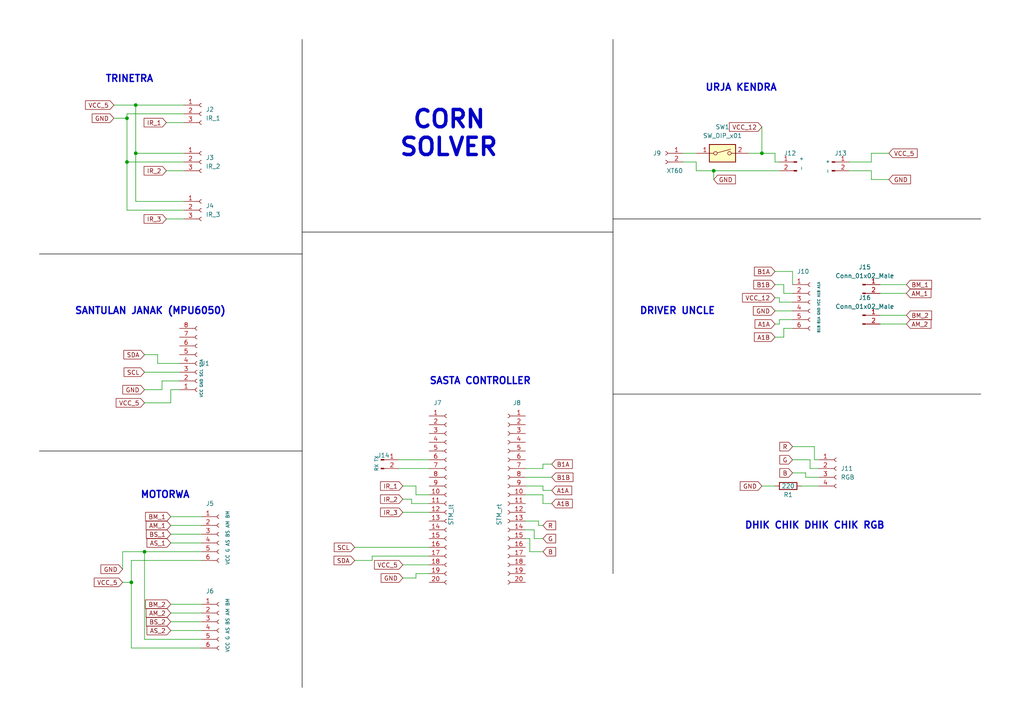
<source format=kicad_sch>
(kicad_sch (version 20211123) (generator eeschema)
  (paper "A4")
  (lib_symbols
    (symbol "Connector:Conn_01x02_Female" (pin_names (offset 1.016) hide)
      (property "Reference" "J" (at 0 2.54 0))
      (property "Value" "Conn_01x02_Female" (at 0 -5.08 0))
      (symbol "Conn_01x02_Female_1_1"
        (arc (start 0 -2.032) (mid -0.508 -2.54) (end 0 -3.048) (stroke (width 0.1524)))
        (polyline (pts (xy -1.27 -2.54) (xy -0.508 -2.54)) (stroke (width 0.1524)))
        (polyline (pts (xy -1.27 0) (xy -0.508 0)) (stroke (width 0.1524)))
        (arc (start 0 0.508) (mid -0.508 0) (end 0 -0.508) (stroke (width 0.1524)))
        (pin passive line (at -5.08 0 0) (length 3.81) (name "Pin_1") (number "1"))
        (pin passive line (at -5.08 -2.54 0) (length 3.81) (name "Pin_2") (number "2"))
      )
    )
    (symbol "Connector:Conn_01x02_Male" (pin_names (offset 1.016) hide)
      (property "Reference" "J" (at 0 2.54 0))
      (property "Value" "Conn_01x02_Male" (at 0 -5.08 0))
      (symbol "Conn_01x02_Male_1_1"
        (polyline (pts (xy 1.27 -2.54) (xy 0.8636 -2.54)) (stroke (width 0.1524)))
        (polyline (pts (xy 1.27 0) (xy 0.8636 0)) (stroke (width 0.1524)))
        (rectangle (start 0.8636 -2.413) (end 0 -2.667) (stroke (width 0.1524)) (fill (type outline)))
        (rectangle (start 0.8636 0.127) (end 0 -0.127) (stroke (width 0.1524)) (fill (type outline)))
        (pin passive line (at 5.08 0 180) (length 3.81) (name "Pin_1") (number "1"))
        (pin passive line (at 5.08 -2.54 180) (length 3.81) (name "Pin_2") (number "2"))
      )
    )
    (symbol "Connector:Conn_01x03_Female" (pin_names (offset 1.016) hide)
      (property "Reference" "J" (at 0 5.08 0))
      (property "Value" "Conn_01x03_Female" (at 0 -5.08 0))
      (symbol "Conn_01x03_Female_1_1"
        (arc (start 0 -2.032) (mid -0.508 -2.54) (end 0 -3.048) (stroke (width 0.1524)))
        (polyline (pts (xy -1.27 -2.54) (xy -0.508 -2.54)) (stroke (width 0.1524)))
        (polyline (pts (xy -1.27 0) (xy -0.508 0)) (stroke (width 0.1524)))
        (polyline (pts (xy -1.27 2.54) (xy -0.508 2.54)) (stroke (width 0.1524)))
        (arc (start 0 0.508) (mid -0.508 0) (end 0 -0.508) (stroke (width 0.1524)))
        (arc (start 0 3.048) (mid -0.508 2.54) (end 0 2.032) (stroke (width 0.1524)))
        (pin passive line (at -5.08 2.54 0) (length 3.81) (name "Pin_1") (number "1"))
        (pin passive line (at -5.08 0 0) (length 3.81) (name "Pin_2") (number "2"))
        (pin passive line (at -5.08 -2.54 0) (length 3.81) (name "Pin_3") (number "3"))
      )
    )
    (symbol "Connector:Conn_01x04_Female" (pin_names (offset 1.016) hide)
      (property "Reference" "J" (at 0 5.08 0))
      (property "Value" "Conn_01x04_Female" (at 0 -7.62 0))
      (symbol "Conn_01x04_Female_1_1"
        (arc (start 0 -4.572) (mid -0.508 -5.08) (end 0 -5.588) (stroke (width 0.1524)))
        (arc (start 0 -2.032) (mid -0.508 -2.54) (end 0 -3.048) (stroke (width 0.1524)))
        (polyline (pts (xy -1.27 -5.08) (xy -0.508 -5.08)) (stroke (width 0.1524)))
        (polyline (pts (xy -1.27 -2.54) (xy -0.508 -2.54)) (stroke (width 0.1524)))
        (polyline (pts (xy -1.27 0) (xy -0.508 0)) (stroke (width 0.1524)))
        (polyline (pts (xy -1.27 2.54) (xy -0.508 2.54)) (stroke (width 0.1524)))
        (arc (start 0 0.508) (mid -0.508 0) (end 0 -0.508) (stroke (width 0.1524)))
        (arc (start 0 3.048) (mid -0.508 2.54) (end 0 2.032) (stroke (width 0.1524)))
        (pin passive line (at -5.08 2.54 0) (length 3.81) (name "Pin_1") (number "1"))
        (pin passive line (at -5.08 0 0) (length 3.81) (name "Pin_2") (number "2"))
        (pin passive line (at -5.08 -2.54 0) (length 3.81) (name "Pin_3") (number "3"))
        (pin passive line (at -5.08 -5.08 0) (length 3.81) (name "Pin_4") (number "4"))
      )
    )
    (symbol "Connector:Conn_01x06_Female" (pin_names (offset 1.016) hide)
      (property "Reference" "J" (at 0 7.62 0))
      (property "Value" "Conn_01x06_Female" (at 0 -10.16 0))
      (symbol "Conn_01x06_Female_1_1"
        (arc (start 0 -7.112) (mid -0.508 -7.62) (end 0 -8.128) (stroke (width 0.1524)))
        (arc (start 0 -4.572) (mid -0.508 -5.08) (end 0 -5.588) (stroke (width 0.1524)))
        (arc (start 0 -2.032) (mid -0.508 -2.54) (end 0 -3.048) (stroke (width 0.1524)))
        (polyline (pts (xy -1.27 -7.62) (xy -0.508 -7.62)) (stroke (width 0.1524)))
        (polyline (pts (xy -1.27 -5.08) (xy -0.508 -5.08)) (stroke (width 0.1524)))
        (polyline (pts (xy -1.27 -2.54) (xy -0.508 -2.54)) (stroke (width 0.1524)))
        (polyline (pts (xy -1.27 0) (xy -0.508 0)) (stroke (width 0.1524)))
        (polyline (pts (xy -1.27 2.54) (xy -0.508 2.54)) (stroke (width 0.1524)))
        (polyline (pts (xy -1.27 5.08) (xy -0.508 5.08)) (stroke (width 0.1524)))
        (arc (start 0 0.508) (mid -0.508 0) (end 0 -0.508) (stroke (width 0.1524)))
        (arc (start 0 3.048) (mid -0.508 2.54) (end 0 2.032) (stroke (width 0.1524)))
        (arc (start 0 5.588) (mid -0.508 5.08) (end 0 4.572) (stroke (width 0.1524)))
        (pin passive line (at -5.08 5.08 0) (length 3.81) (name "Pin_1") (number "1"))
        (pin passive line (at -5.08 2.54 0) (length 3.81) (name "Pin_2") (number "2"))
        (pin passive line (at -5.08 0 0) (length 3.81) (name "Pin_3") (number "3"))
        (pin passive line (at -5.08 -2.54 0) (length 3.81) (name "Pin_4") (number "4"))
        (pin passive line (at -5.08 -5.08 0) (length 3.81) (name "Pin_5") (number "5"))
        (pin passive line (at -5.08 -7.62 0) (length 3.81) (name "Pin_6") (number "6"))
      )
    )
    (symbol "Connector:Conn_01x08_Female" (pin_names (offset 1.016) hide)
      (property "Reference" "J" (at 0 10.16 0))
      (property "Value" "Conn_01x08_Female" (at 0 -12.7 0))
      (symbol "Conn_01x08_Female_1_1"
        (arc (start 0 -9.652) (mid -0.508 -10.16) (end 0 -10.668) (stroke (width 0.1524)))
        (arc (start 0 -7.112) (mid -0.508 -7.62) (end 0 -8.128) (stroke (width 0.1524)))
        (arc (start 0 -4.572) (mid -0.508 -5.08) (end 0 -5.588) (stroke (width 0.1524)))
        (arc (start 0 -2.032) (mid -0.508 -2.54) (end 0 -3.048) (stroke (width 0.1524)))
        (polyline (pts (xy -1.27 -10.16) (xy -0.508 -10.16)) (stroke (width 0.1524)))
        (polyline (pts (xy -1.27 -7.62) (xy -0.508 -7.62)) (stroke (width 0.1524)))
        (polyline (pts (xy -1.27 -5.08) (xy -0.508 -5.08)) (stroke (width 0.1524)))
        (polyline (pts (xy -1.27 -2.54) (xy -0.508 -2.54)) (stroke (width 0.1524)))
        (polyline (pts (xy -1.27 0) (xy -0.508 0)) (stroke (width 0.1524)))
        (polyline (pts (xy -1.27 2.54) (xy -0.508 2.54)) (stroke (width 0.1524)))
        (polyline (pts (xy -1.27 5.08) (xy -0.508 5.08)) (stroke (width 0.1524)))
        (polyline (pts (xy -1.27 7.62) (xy -0.508 7.62)) (stroke (width 0.1524)))
        (arc (start 0 0.508) (mid -0.508 0) (end 0 -0.508) (stroke (width 0.1524)))
        (arc (start 0 3.048) (mid -0.508 2.54) (end 0 2.032) (stroke (width 0.1524)))
        (arc (start 0 5.588) (mid -0.508 5.08) (end 0 4.572) (stroke (width 0.1524)))
        (arc (start 0 8.128) (mid -0.508 7.62) (end 0 7.112) (stroke (width 0.1524)))
        (pin passive line (at -5.08 7.62 0) (length 3.81) (name "Pin_1") (number "1"))
        (pin passive line (at -5.08 5.08 0) (length 3.81) (name "Pin_2") (number "2"))
        (pin passive line (at -5.08 2.54 0) (length 3.81) (name "Pin_3") (number "3"))
        (pin passive line (at -5.08 0 0) (length 3.81) (name "Pin_4") (number "4"))
        (pin passive line (at -5.08 -2.54 0) (length 3.81) (name "Pin_5") (number "5"))
        (pin passive line (at -5.08 -5.08 0) (length 3.81) (name "Pin_6") (number "6"))
        (pin passive line (at -5.08 -7.62 0) (length 3.81) (name "Pin_7") (number "7"))
        (pin passive line (at -5.08 -10.16 0) (length 3.81) (name "Pin_8") (number "8"))
      )
    )
    (symbol "Connector:Conn_01x20_Female" (pin_names (offset 1.016) hide)
      (property "Reference" "J" (at 0 25.4 0))
      (property "Value" "Conn_01x20_Female" (at 0 -27.94 0))
      (symbol "Conn_01x20_Female_1_1"
        (arc (start 0 -24.892) (mid -0.508 -25.4) (end 0 -25.908) (stroke (width 0.1524)))
        (arc (start 0 -22.352) (mid -0.508 -22.86) (end 0 -23.368) (stroke (width 0.1524)))
        (arc (start 0 -19.812) (mid -0.508 -20.32) (end 0 -20.828) (stroke (width 0.1524)))
        (arc (start 0 -17.272) (mid -0.508 -17.78) (end 0 -18.288) (stroke (width 0.1524)))
        (arc (start 0 -14.732) (mid -0.508 -15.24) (end 0 -15.748) (stroke (width 0.1524)))
        (arc (start 0 -12.192) (mid -0.508 -12.7) (end 0 -13.208) (stroke (width 0.1524)))
        (arc (start 0 -9.652) (mid -0.508 -10.16) (end 0 -10.668) (stroke (width 0.1524)))
        (arc (start 0 -7.112) (mid -0.508 -7.62) (end 0 -8.128) (stroke (width 0.1524)))
        (arc (start 0 -4.572) (mid -0.508 -5.08) (end 0 -5.588) (stroke (width 0.1524)))
        (arc (start 0 -2.032) (mid -0.508 -2.54) (end 0 -3.048) (stroke (width 0.1524)))
        (polyline (pts (xy -1.27 -25.4) (xy -0.508 -25.4)) (stroke (width 0.1524)))
        (polyline (pts (xy -1.27 -22.86) (xy -0.508 -22.86)) (stroke (width 0.1524)))
        (polyline (pts (xy -1.27 -20.32) (xy -0.508 -20.32)) (stroke (width 0.1524)))
        (polyline (pts (xy -1.27 -17.78) (xy -0.508 -17.78)) (stroke (width 0.1524)))
        (polyline (pts (xy -1.27 -15.24) (xy -0.508 -15.24)) (stroke (width 0.1524)))
        (polyline (pts (xy -1.27 -12.7) (xy -0.508 -12.7)) (stroke (width 0.1524)))
        (polyline (pts (xy -1.27 -10.16) (xy -0.508 -10.16)) (stroke (width 0.1524)))
        (polyline (pts (xy -1.27 -7.62) (xy -0.508 -7.62)) (stroke (width 0.1524)))
        (polyline (pts (xy -1.27 -5.08) (xy -0.508 -5.08)) (stroke (width 0.1524)))
        (polyline (pts (xy -1.27 -2.54) (xy -0.508 -2.54)) (stroke (width 0.1524)))
        (polyline (pts (xy -1.27 0) (xy -0.508 0)) (stroke (width 0.1524)))
        (polyline (pts (xy -1.27 2.54) (xy -0.508 2.54)) (stroke (width 0.1524)))
        (polyline (pts (xy -1.27 5.08) (xy -0.508 5.08)) (stroke (width 0.1524)))
        (polyline (pts (xy -1.27 7.62) (xy -0.508 7.62)) (stroke (width 0.1524)))
        (polyline (pts (xy -1.27 10.16) (xy -0.508 10.16)) (stroke (width 0.1524)))
        (polyline (pts (xy -1.27 12.7) (xy -0.508 12.7)) (stroke (width 0.1524)))
        (polyline (pts (xy -1.27 15.24) (xy -0.508 15.24)) (stroke (width 0.1524)))
        (polyline (pts (xy -1.27 17.78) (xy -0.508 17.78)) (stroke (width 0.1524)))
        (polyline (pts (xy -1.27 20.32) (xy -0.508 20.32)) (stroke (width 0.1524)))
        (polyline (pts (xy -1.27 22.86) (xy -0.508 22.86)) (stroke (width 0.1524)))
        (arc (start 0 0.508) (mid -0.508 0) (end 0 -0.508) (stroke (width 0.1524)))
        (arc (start 0 3.048) (mid -0.508 2.54) (end 0 2.032) (stroke (width 0.1524)))
        (arc (start 0 5.588) (mid -0.508 5.08) (end 0 4.572) (stroke (width 0.1524)))
        (arc (start 0 8.128) (mid -0.508 7.62) (end 0 7.112) (stroke (width 0.1524)))
        (arc (start 0 10.668) (mid -0.508 10.16) (end 0 9.652) (stroke (width 0.1524)))
        (arc (start 0 13.208) (mid -0.508 12.7) (end 0 12.192) (stroke (width 0.1524)))
        (arc (start 0 15.748) (mid -0.508 15.24) (end 0 14.732) (stroke (width 0.1524)))
        (arc (start 0 18.288) (mid -0.508 17.78) (end 0 17.272) (stroke (width 0.1524)))
        (arc (start 0 20.828) (mid -0.508 20.32) (end 0 19.812) (stroke (width 0.1524)))
        (arc (start 0 23.368) (mid -0.508 22.86) (end 0 22.352) (stroke (width 0.1524)))
        (pin passive line (at -5.08 22.86 0) (length 3.81) (name "Pin_1") (number "1"))
        (pin passive line (at -5.08 0 0) (length 3.81) (name "Pin_10") (number "10"))
        (pin passive line (at -5.08 -2.54 0) (length 3.81) (name "Pin_11") (number "11"))
        (pin passive line (at -5.08 -5.08 0) (length 3.81) (name "Pin_12") (number "12"))
        (pin passive line (at -5.08 -7.62 0) (length 3.81) (name "Pin_13") (number "13"))
        (pin passive line (at -5.08 -10.16 0) (length 3.81) (name "Pin_14") (number "14"))
        (pin passive line (at -5.08 -12.7 0) (length 3.81) (name "Pin_15") (number "15"))
        (pin passive line (at -5.08 -15.24 0) (length 3.81) (name "Pin_16") (number "16"))
        (pin passive line (at -5.08 -17.78 0) (length 3.81) (name "Pin_17") (number "17"))
        (pin passive line (at -5.08 -20.32 0) (length 3.81) (name "Pin_18") (number "18"))
        (pin passive line (at -5.08 -22.86 0) (length 3.81) (name "Pin_19") (number "19"))
        (pin passive line (at -5.08 20.32 0) (length 3.81) (name "Pin_2") (number "2"))
        (pin passive line (at -5.08 -25.4 0) (length 3.81) (name "Pin_20") (number "20"))
        (pin passive line (at -5.08 17.78 0) (length 3.81) (name "Pin_3") (number "3"))
        (pin passive line (at -5.08 15.24 0) (length 3.81) (name "Pin_4") (number "4"))
        (pin passive line (at -5.08 12.7 0) (length 3.81) (name "Pin_5") (number "5"))
        (pin passive line (at -5.08 10.16 0) (length 3.81) (name "Pin_6") (number "6"))
        (pin passive line (at -5.08 7.62 0) (length 3.81) (name "Pin_7") (number "7"))
        (pin passive line (at -5.08 5.08 0) (length 3.81) (name "Pin_8") (number "8"))
        (pin passive line (at -5.08 2.54 0) (length 3.81) (name "Pin_9") (number "9"))
      )
    )
    (symbol "Device:R" (pin_numbers hide) (pin_names (offset 0))
      (property "Reference" "R" (at 2.032 0 90))
      (property "Value" "R" (at 0 0 90))
      (symbol "R_0_1"
        (rectangle (start -1.016 -2.54) (end 1.016 2.54) (stroke (width 0.254)))
      )
      (symbol "R_1_1"
        (pin passive line (at 0 3.81 270) (length 1.27) (name "~") (number "1"))
        (pin passive line (at 0 -3.81 90) (length 1.27) (name "~") (number "2"))
      )
    )
    (symbol "Switch:SW_DIP_x01" (pin_names (offset 0) hide)
      (property "Reference" "SW" (at 0 3.81 0))
      (property "Value" "SW_DIP_x01" (at 0 -3.81 0))
      (symbol "SW_DIP_x01_0_0"
        (circle (center -2.032 0) (radius 0.508))
        (polyline (pts (xy -1.524 0.127) (xy 2.3622 1.1684)))
        (circle (center 2.032 0) (radius 0.508))
      )
      (symbol "SW_DIP_x01_0_1"
        (rectangle (start -3.81 2.54) (end 3.81 -2.54) (stroke (width 0.254)) (fill (type background)))
      )
      (symbol "SW_DIP_x01_1_1"
        (pin passive line (at -7.62 0 0) (length 5.08) (name "~") (number "1"))
        (pin passive line (at 7.62 0 180) (length 5.08) (name "~") (number "2"))
      )
    )
  )
  (junction (at 39.37 44.45))
  (junction (at 41.91 160.02))
  (junction (at 36.83 46.99))
  (junction (at 38.1 168.91))
  (junction (at 36.83 34.29))
  (junction (at 207.01 49.53))
  (junction (at 220.98 44.45))
  (junction (at 39.37 30.48))
  (wire (pts (xy 246.38 49.53) (xy 252.73 49.53)))
  (wire (pts (xy 233.68 138.43) (xy 237.49 138.43)))
  (wire (pts (xy 157.48 146.05) (xy 157.48 143.51)))
  (wire (pts (xy 36.83 46.99) (xy 36.83 34.29)))
  (wire (pts (xy 201.93 49.53) (xy 201.93 46.99)))
  (wire (pts (xy 116.84 140.97) (xy 120.65 140.97)))
  (wire (pts (xy 207.01 49.53) (xy 207.01 52.07)))
  (wire (pts (xy 232.41 140.97) (xy 237.49 140.97)))
  (wire (pts (xy 255.27 85.09) (xy 262.89 85.09)))
  (wire (pts (xy 49.53 175.26) (xy 58.42 175.26)))
  (wire (pts (xy 220.98 36.83) (xy 220.98 44.45)))
  (wire (pts (xy 224.79 78.74) (xy 229.87 78.74)))
  (wire (pts (xy 229.87 78.74) (xy 229.87 82.55)))
  (wire (pts (xy 49.53 149.86) (xy 58.42 149.86)))
  (wire (pts (xy 224.79 90.17) (xy 229.87 90.17)))
  (wire (pts (xy 120.65 166.37) (xy 124.46 166.37)))
  (wire (pts (xy 160.02 146.05) (xy 157.48 146.05)))
  (wire (pts (xy 39.37 58.42) (xy 39.37 44.45)))
  (wire (pts (xy 226.06 93.98) (xy 226.06 92.71)))
  (wire (pts (xy 224.79 44.45) (xy 224.79 46.99)))
  (wire (pts (xy 226.06 86.36) (xy 226.06 87.63)))
  (wire (pts (xy 157.48 142.24) (xy 157.48 140.97)))
  (wire (pts (xy 49.53 177.8) (xy 58.42 177.8)))
  (wire (pts (xy 217.17 44.45) (xy 220.98 44.45)))
  (wire (pts (xy 116.84 167.64) (xy 120.65 167.64)))
  (wire (pts (xy 116.84 163.83) (xy 124.46 163.83)))
  (wire (pts (xy 255.27 93.98) (xy 262.89 93.98)))
  (wire (pts (xy 119.38 144.78) (xy 116.84 144.78)))
  (wire (pts (xy 119.38 146.05) (xy 119.38 144.78)))
  (wire (pts (xy 53.34 58.42) (xy 39.37 58.42)))
  (wire (pts (xy 107.95 162.56) (xy 107.95 161.29)))
  (wire (pts (xy 49.53 157.48) (xy 58.42 157.48)))
  (wire (pts (xy 48.26 49.53) (xy 53.34 49.53)))
  (wire (pts (xy 157.48 156.21) (xy 154.94 156.21)))
  (wire (pts (xy 226.06 87.63) (xy 229.87 87.63)))
  (wire (pts (xy 236.22 133.35) (xy 236.22 129.54)))
  (wire (pts (xy 152.4 135.89) (xy 157.48 135.89)))
  (wire (pts (xy 224.79 46.99) (xy 226.06 46.99)))
  (polyline (pts (xy 87.63 67.31) (xy 177.8 67.31)) (stroke (width 0) (type solid) (color 0 0 0 1)))
  (wire (pts (xy 224.79 93.98) (xy 226.06 93.98)))
  (wire (pts (xy 46.99 110.49) (xy 52.07 110.49)))
  (wire (pts (xy 229.87 133.35) (xy 234.95 133.35)))
  (wire (pts (xy 41.91 113.03) (xy 46.99 113.03)))
  (wire (pts (xy 39.37 30.48) (xy 53.34 30.48)))
  (wire (pts (xy 252.73 46.99) (xy 246.38 46.99)))
  (wire (pts (xy 220.98 140.97) (xy 224.79 140.97)))
  (wire (pts (xy 49.53 116.84) (xy 49.53 113.03)))
  (wire (pts (xy 102.87 162.56) (xy 107.95 162.56)))
  (wire (pts (xy 255.27 91.44) (xy 262.89 91.44)))
  (wire (pts (xy 227.33 97.79) (xy 227.33 95.25)))
  (wire (pts (xy 237.49 133.35) (xy 236.22 133.35)))
  (wire (pts (xy 45.72 105.41) (xy 45.72 102.87)))
  (wire (pts (xy 35.56 168.91) (xy 38.1 168.91)))
  (wire (pts (xy 49.53 182.88) (xy 58.42 182.88)))
  (wire (pts (xy 115.57 135.89) (xy 124.46 135.89)))
  (wire (pts (xy 41.91 160.02) (xy 41.91 185.42)))
  (wire (pts (xy 36.83 60.96) (xy 36.83 46.99)))
  (wire (pts (xy 124.46 146.05) (xy 119.38 146.05)))
  (wire (pts (xy 120.65 143.51) (xy 124.46 143.51)))
  (wire (pts (xy 49.53 113.03) (xy 52.07 113.03)))
  (wire (pts (xy 102.87 158.75) (xy 124.46 158.75)))
  (wire (pts (xy 49.53 180.34) (xy 58.42 180.34)))
  (polyline (pts (xy 177.8 114.3) (xy 284.48 114.3)) (stroke (width 0) (type solid) (color 0 0 0 1)))
  (wire (pts (xy 157.48 134.62) (xy 157.48 135.89)))
  (wire (pts (xy 39.37 44.45) (xy 39.37 30.48)))
  (wire (pts (xy 152.4 140.97) (xy 157.48 140.97)))
  (wire (pts (xy 157.48 160.02) (xy 153.67 160.02)))
  (wire (pts (xy 229.87 137.16) (xy 233.68 137.16)))
  (wire (pts (xy 224.79 82.55) (xy 227.33 82.55)))
  (wire (pts (xy 153.67 160.02) (xy 153.67 156.21)))
  (wire (pts (xy 207.01 49.53) (xy 201.93 49.53)))
  (wire (pts (xy 220.98 44.45) (xy 224.79 44.45)))
  (wire (pts (xy 224.79 86.36) (xy 226.06 86.36)))
  (wire (pts (xy 38.1 187.96) (xy 38.1 168.91)))
  (wire (pts (xy 41.91 116.84) (xy 49.53 116.84)))
  (wire (pts (xy 234.95 135.89) (xy 234.95 133.35)))
  (wire (pts (xy 252.73 52.07) (xy 257.81 52.07)))
  (wire (pts (xy 41.91 107.95) (xy 52.07 107.95)))
  (wire (pts (xy 115.57 133.35) (xy 124.46 133.35)))
  (polyline (pts (xy 11.43 73.66) (xy 87.63 73.66)) (stroke (width 0) (type solid) (color 0 0 0 1)))
  (polyline (pts (xy 177.8 11.43) (xy 177.8 166.37)) (stroke (width 0) (type solid) (color 0 0 0 1)))
  (wire (pts (xy 157.48 152.4) (xy 156.21 152.4)))
  (wire (pts (xy 52.07 105.41) (xy 45.72 105.41)))
  (wire (pts (xy 226.06 49.53) (xy 207.01 49.53)))
  (wire (pts (xy 46.99 113.03) (xy 46.99 110.49)))
  (wire (pts (xy 237.49 135.89) (xy 234.95 135.89)))
  (wire (pts (xy 157.48 134.62) (xy 160.02 134.62)))
  (wire (pts (xy 152.4 143.51) (xy 157.48 143.51)))
  (wire (pts (xy 227.33 95.25) (xy 229.87 95.25)))
  (wire (pts (xy 33.02 30.48) (xy 39.37 30.48)))
  (wire (pts (xy 226.06 92.71) (xy 229.87 92.71)))
  (polyline (pts (xy 11.43 130.81) (xy 87.63 130.81)) (stroke (width 0) (type solid) (color 0 0 0 1)))
  (wire (pts (xy 120.65 167.64) (xy 120.65 166.37)))
  (wire (pts (xy 38.1 162.56) (xy 58.42 162.56)))
  (polyline (pts (xy 177.8 63.5) (xy 284.48 63.5)) (stroke (width 0) (type solid) (color 0 0 0 1)))
  (wire (pts (xy 152.4 138.43) (xy 160.02 138.43)))
  (wire (pts (xy 107.95 161.29) (xy 124.46 161.29)))
  (wire (pts (xy 41.91 160.02) (xy 58.42 160.02)))
  (wire (pts (xy 201.93 46.99) (xy 198.12 46.99)))
  (wire (pts (xy 35.56 165.1) (xy 35.56 160.02)))
  (wire (pts (xy 116.84 148.59) (xy 124.46 148.59)))
  (wire (pts (xy 58.42 185.42) (xy 41.91 185.42)))
  (wire (pts (xy 48.26 35.56) (xy 53.34 35.56)))
  (wire (pts (xy 49.53 154.94) (xy 58.42 154.94)))
  (wire (pts (xy 224.79 97.79) (xy 227.33 97.79)))
  (wire (pts (xy 255.27 82.55) (xy 262.89 82.55)))
  (wire (pts (xy 153.67 156.21) (xy 152.4 156.21)))
  (wire (pts (xy 38.1 168.91) (xy 38.1 162.56)))
  (wire (pts (xy 53.34 46.99) (xy 36.83 46.99)))
  (wire (pts (xy 233.68 137.16) (xy 233.68 138.43)))
  (polyline (pts (xy 87.63 11.43) (xy 87.63 199.39)) (stroke (width 0) (type solid) (color 0 0 0 1)))
  (wire (pts (xy 36.83 33.02) (xy 36.83 34.29)))
  (wire (pts (xy 160.02 142.24) (xy 157.48 142.24)))
  (wire (pts (xy 152.4 151.13) (xy 156.21 151.13)))
  (wire (pts (xy 156.21 152.4) (xy 156.21 151.13)))
  (wire (pts (xy 227.33 85.09) (xy 229.87 85.09)))
  (wire (pts (xy 45.72 102.87) (xy 41.91 102.87)))
  (wire (pts (xy 252.73 44.45) (xy 252.73 46.99)))
  (wire (pts (xy 48.26 63.5) (xy 53.34 63.5)))
  (wire (pts (xy 257.81 44.45) (xy 252.73 44.45)))
  (wire (pts (xy 49.53 152.4) (xy 58.42 152.4)))
  (wire (pts (xy 198.12 44.45) (xy 201.93 44.45)))
  (wire (pts (xy 154.94 156.21) (xy 154.94 153.67)))
  (wire (pts (xy 236.22 129.54) (xy 229.87 129.54)))
  (wire (pts (xy 58.42 187.96) (xy 38.1 187.96)))
  (wire (pts (xy 35.56 160.02) (xy 41.91 160.02)))
  (wire (pts (xy 53.34 60.96) (xy 36.83 60.96)))
  (wire (pts (xy 53.34 33.02) (xy 36.83 33.02)))
  (wire (pts (xy 120.65 140.97) (xy 120.65 143.51)))
  (wire (pts (xy 227.33 82.55) (xy 227.33 85.09)))
  (wire (pts (xy 53.34 44.45) (xy 39.37 44.45)))
  (wire (pts (xy 33.02 34.29) (xy 36.83 34.29)))
  (wire (pts (xy 152.4 153.67) (xy 154.94 153.67)))
  (wire (pts (xy 252.73 49.53) (xy 252.73 52.07)))
  (text "DRIVER UNCLE" (at 185.42 91.44 0) (effects (font (size 2 2) (thickness 0.4) bold) (justify left bottom)))
  (text "DHIK CHIK DHIK CHIK RGB\n" (at 215.9 153.67 0) (effects (font (size 2 2) (thickness 0.4) bold) (justify left bottom)))
  (text "URJA KENDRA" (at 204.47 26.67 0) (effects (font (size 2 2) (thickness 0.4) bold) (justify left bottom)))
  (text "  CORN \n SOLVER" (at 111.76 45.72 0) (effects (font (size 5 5) (thickness 1) bold) (justify left bottom)))
  (text "SASTA CONTROLLER" (at 124.46 111.76 0) (effects (font (size 2 2) (thickness 0.4) bold) (justify left bottom)))
  (text "SANTULAN JANAK (MPU6050)" (at 21.59 91.44 0) (effects (font (size 2 2) (thickness 0.4) bold) (justify left bottom)))
  (text "MOTORWA" (at 40.64 144.78 0) (effects (font (size 2 2) (thickness 0.4) bold) (justify left bottom)))
  (text "TRINETRA" (at 30.48 24.13 0) (effects (font (size 2 2) (thickness 0.4) bold) (justify left bottom)))
  (global_label "AM_1" (shape input) (at 49.53 152.4 180) (property "Intersheet References" "${INTERSHEET_REFS}" (effects hide)))
  (global_label "BM_1" (shape input) (at 262.89 82.55 0) (property "Intersheet References" "${INTERSHEET_REFS}" (effects hide)))
  (global_label "BM_1" (shape input) (at 49.53 149.86 180) (property "Intersheet References" "${INTERSHEET_REFS}" (effects hide)))
  (global_label "IR_1" (shape input) (at 48.26 35.56 180) (property "Intersheet References" "${INTERSHEET_REFS}" (effects hide)))
  (global_label "GND" (shape input) (at 220.98 140.97 180) (property "Intersheet References" "${INTERSHEET_REFS}" (effects hide)))
  (global_label "GND" (shape input) (at 41.91 113.03 180) (property "Intersheet References" "${INTERSHEET_REFS}" (effects hide)))
  (global_label "VCC_5" (shape input) (at 41.91 116.84 180) (property "Intersheet References" "${INTERSHEET_REFS}" (effects hide)))
  (global_label "B1A" (shape input) (at 160.02 134.62 0) (property "Intersheet References" "${INTERSHEET_REFS}" (effects hide)))
  (global_label "IR_3" (shape input) (at 48.26 63.5 180) (property "Intersheet References" "${INTERSHEET_REFS}" (effects hide)))
  (global_label "IR_2" (shape input) (at 48.26 49.53 180) (property "Intersheet References" "${INTERSHEET_REFS}" (effects hide)))
  (global_label "VCC_5" (shape input) (at 35.56 168.91 180) (property "Intersheet References" "${INTERSHEET_REFS}" (effects hide)))
  (global_label "IR_3" (shape input) (at 116.84 148.59 180) (property "Intersheet References" "${INTERSHEET_REFS}" (effects hide)))
  (global_label "AS_2" (shape input) (at 49.53 182.88 180) (property "Intersheet References" "${INTERSHEET_REFS}" (effects hide)))
  (global_label "A1A" (shape input) (at 224.79 93.98 180) (property "Intersheet References" "${INTERSHEET_REFS}" (effects hide)))
  (global_label "GND" (shape input) (at 257.81 52.07 0) (property "Intersheet References" "${INTERSHEET_REFS}" (effects hide)))
  (global_label "R" (shape input) (at 157.48 152.4 0) (property "Intersheet References" "${INTERSHEET_REFS}" (effects hide)))
  (global_label "SCL" (shape input) (at 102.87 158.75 180) (property "Intersheet References" "${INTERSHEET_REFS}" (effects hide)))
  (global_label "B1B" (shape input) (at 160.02 138.43 0) (property "Intersheet References" "${INTERSHEET_REFS}" (effects hide)))
  (global_label "B1A" (shape input) (at 224.79 78.74 180) (property "Intersheet References" "${INTERSHEET_REFS}" (effects hide)))
  (global_label "BM_2" (shape input) (at 49.53 175.26 180) (property "Intersheet References" "${INTERSHEET_REFS}" (effects hide)))
  (global_label "G" (shape input) (at 157.48 156.21 0) (property "Intersheet References" "${INTERSHEET_REFS}" (effects hide)))
  (global_label "GND" (shape input) (at 116.84 167.64 180) (property "Intersheet References" "${INTERSHEET_REFS}" (effects hide)))
  (global_label "SDA" (shape input) (at 102.87 162.56 180) (property "Intersheet References" "${INTERSHEET_REFS}" (effects hide)))
  (global_label "BM_2" (shape input) (at 262.89 91.44 0) (property "Intersheet References" "${INTERSHEET_REFS}" (effects hide)))
  (global_label "B" (shape input) (at 229.87 137.16 180) (property "Intersheet References" "${INTERSHEET_REFS}" (effects hide)))
  (global_label "VCC_12" (shape input) (at 220.98 36.83 180) (property "Intersheet References" "${INTERSHEET_REFS}" (effects hide)))
  (global_label "A1A" (shape input) (at 160.02 142.24 0) (property "Intersheet References" "${INTERSHEET_REFS}" (effects hide)))
  (global_label "VCC_5" (shape input) (at 33.02 30.48 180) (property "Intersheet References" "${INTERSHEET_REFS}" (effects hide)))
  (global_label "R" (shape input) (at 229.87 129.54 180) (property "Intersheet References" "${INTERSHEET_REFS}" (effects hide)))
  (global_label "VCC_5" (shape input) (at 116.84 163.83 180) (property "Intersheet References" "${INTERSHEET_REFS}" (effects hide)))
  (global_label "IR_2" (shape input) (at 116.84 144.78 180) (property "Intersheet References" "${INTERSHEET_REFS}" (effects hide)))
  (global_label "A1B" (shape input) (at 224.79 97.79 180) (property "Intersheet References" "${INTERSHEET_REFS}" (effects hide)))
  (global_label "GND" (shape input) (at 207.01 52.07 0) (property "Intersheet References" "${INTERSHEET_REFS}" (effects hide)))
  (global_label "B1B" (shape input) (at 224.79 82.55 180) (property "Intersheet References" "${INTERSHEET_REFS}" (effects hide)))
  (global_label "VCC_12" (shape input) (at 224.79 86.36 180) (property "Intersheet References" "${INTERSHEET_REFS}" (effects hide)))
  (global_label "A1B" (shape input) (at 160.02 146.05 0) (property "Intersheet References" "${INTERSHEET_REFS}" (effects hide)))
  (global_label "AM_2" (shape input) (at 49.53 177.8 180) (property "Intersheet References" "${INTERSHEET_REFS}" (effects hide)))
  (global_label "GND" (shape input) (at 33.02 34.29 180) (property "Intersheet References" "${INTERSHEET_REFS}" (effects hide)))
  (global_label "SDA" (shape input) (at 41.91 102.87 180) (property "Intersheet References" "${INTERSHEET_REFS}" (effects hide)))
  (global_label "AM_1" (shape input) (at 262.89 85.09 0) (property "Intersheet References" "${INTERSHEET_REFS}" (effects hide)))
  (global_label "GND" (shape input) (at 224.79 90.17 180) (property "Intersheet References" "${INTERSHEET_REFS}" (effects hide)))
  (global_label "G" (shape input) (at 229.87 133.35 180) (property "Intersheet References" "${INTERSHEET_REFS}" (effects hide)))
  (global_label "AS_1" (shape input) (at 49.53 157.48 180) (property "Intersheet References" "${INTERSHEET_REFS}" (effects hide)))
  (global_label "GND" (shape input) (at 35.56 165.1 180) (property "Intersheet References" "${INTERSHEET_REFS}" (effects hide)))
  (global_label "BS_2" (shape input) (at 49.53 180.34 180) (property "Intersheet References" "${INTERSHEET_REFS}" (effects hide)))
  (global_label "AM_2" (shape input) (at 262.89 93.98 0) (property "Intersheet References" "${INTERSHEET_REFS}" (effects hide)))
  (global_label "VCC_5" (shape input) (at 257.81 44.45 0) (property "Intersheet References" "${INTERSHEET_REFS}" (effects hide)))
  (global_label "BS_1" (shape input) (at 49.53 154.94 180) (property "Intersheet References" "${INTERSHEET_REFS}" (effects hide)))
  (global_label "SCL" (shape input) (at 41.91 107.95 180) (property "Intersheet References" "${INTERSHEET_REFS}" (effects hide)))
  (global_label "IR_1" (shape input) (at 116.84 140.97 180) (property "Intersheet References" "${INTERSHEET_REFS}" (effects hide)))
  (global_label "B" (shape input) (at 157.48 160.02 0) (property "Intersheet References" "${INTERSHEET_REFS}" (effects hide)))
  (symbol (lib_id "Connector:Conn_01x02_Male") (at 231.14 46.99 0) (mirror y) (unit 1)
    (property "Reference" "J12" (at 227.33 44.45 0) (effects (justify right)))
    (property "Value" "-  +" (at 232.41 49.53 90) (effects (font (size 1 1)) (justify left)))
    (property "Footprint" "Connector_PinHeader_2.54mm:PinHeader_1x02_P2.54mm_Vertical" (effects hide))
  )
  (symbol (lib_id "Connector:Conn_01x02_Male") (at 250.19 82.55 0) (unit 1)
    (property "Reference" "J15" (at 250.825 77.47 0))
    (property "Value" "Conn_01x02_Male" (at 250.825 80.01 0))
    (property "Footprint" "Connector_PinSocket_2.54mm:PinSocket_1x02_P2.54mm_Vertical" (effects hide))
  )
  (symbol (lib_id "Connector:Conn_01x04_Female") (at 242.57 135.89 0) (unit 1)
    (property "Reference" "J11" (at 243.84 135.8899 0) (effects (justify left)))
    (property "Value" "RGB" (at 243.84 138.4299 0) (effects (justify left)))
    (property "Footprint" "Connector_PinSocket_2.54mm:PinSocket_1x04_P2.54mm_Vertical" (effects hide))
  )
  (symbol (lib_id "Connector:Conn_01x03_Female") (at 58.42 60.96 0) (unit 1)
    (property "Reference" "J4" (at 59.69 59.6899 0) (effects (justify left)))
    (property "Value" "IR_3" (at 59.69 62.2299 0) (effects (justify left)))
    (property "Footprint" "Connector_PinSocket_2.54mm:PinSocket_1x03_P2.54mm_Vertical" (effects hide))
  )
  (symbol (lib_id "Connector:Conn_01x02_Female") (at 193.04 44.45 0) (mirror y) (unit 1)
    (property "Reference" "J9" (at 191.77 44.4499 0) (effects (justify left)))
    (property "Value" "XT60" (at 198.12 49.53 0) (effects (justify left)))
    (property "Footprint" "Connector_AMASS:AMASS_XT60-M_1x02_P7.20mm_Vertical" (effects hide))
  )
  (symbol (lib_id "Connector:Conn_01x08_Female") (at 57.15 105.41 0) (mirror x) (unit 1)
    (property "Reference" "J1" (at 58.42 105.4101 0) (effects (justify left)))
    (property "Value" "VCC GND SCL SDA " (at 58.42 104.14 90) (effects (font (size 0.8 0.8)) (justify left)))
    (property "Footprint" "Connector_PinSocket_2.54mm:PinSocket_1x08_P2.54mm_Vertical" (effects hide))
  )
  (symbol (lib_id "Connector:Conn_01x20_Female") (at 129.54 143.51 0) (unit 1)
    (property "Reference" "J7" (at 125.73 116.84 0) (effects (justify left)))
    (property "Value" "STM_lt" (at 130.81 152.4 90) (effects (justify left)))
    (property "Footprint" "Connector_PinSocket_2.54mm:PinSocket_1x20_P2.54mm_Vertical" (effects hide))
  )
  (symbol (lib_id "Connector:Conn_01x02_Male") (at 250.19 91.44 0) (unit 1)
    (property "Reference" "J16" (at 250.825 86.36 0))
    (property "Value" "Conn_01x02_Male" (at 250.825 88.9 0))
    (property "Footprint" "Connector_PinSocket_2.54mm:PinSocket_1x02_P2.54mm_Vertical" (effects hide))
  )
  (symbol (lib_id "Device:R") (at 228.6 140.97 90) (unit 1)
    (property "Reference" "R1" (at 228.6 143.51 90))
    (property "Value" "220" (at 228.6 140.97 90))
    (property "Footprint" "Resistor_THT:R_Axial_DIN0204_L3.6mm_D1.6mm_P2.54mm_Vertical" (effects hide))
  )
  (symbol (lib_id "Connector:Conn_01x03_Female") (at 58.42 46.99 0) (unit 1)
    (property "Reference" "J3" (at 59.69 45.7199 0) (effects (justify left)))
    (property "Value" "IR_2" (at 59.69 48.2599 0) (effects (justify left)))
    (property "Footprint" "Connector_PinSocket_2.54mm:PinSocket_1x03_P2.54mm_Vertical" (effects hide))
  )
  (symbol (lib_id "Connector:Conn_01x03_Female") (at 58.42 33.02 0) (unit 1)
    (property "Reference" "J2" (at 59.69 31.7499 0) (effects (justify left)))
    (property "Value" "IR_1" (at 59.69 34.2899 0) (effects (justify left)))
    (property "Footprint" "Connector_PinSocket_2.54mm:PinSocket_1x03_P2.54mm_Vertical" (effects hide))
  )
  (symbol (lib_id "Connector:Conn_01x02_Male") (at 241.3 46.99 0) (unit 1)
    (property "Reference" "J13" (at 243.84 44.45 0))
    (property "Value" "-  +" (at 240.03 48.26 90) (effects (font (size 1 1))))
    (property "Footprint" "Connector_PinHeader_2.54mm:PinHeader_1x02_P2.54mm_Vertical" (effects hide))
  )
  (symbol (lib_id "Switch:SW_DIP_x01") (at 209.55 44.45 0) (unit 1)
    (property "Reference" "SW1" (at 209.55 36.83 0))
    (property "Value" "SW_DIP_x01" (at 209.55 39.37 0))
    (property "Footprint" "sche:DPDT_SW" (effects hide))
  )
  (symbol (lib_id "Connector:Conn_01x20_Female") (at 147.32 143.51 0) (mirror y) (unit 1)
    (property "Reference" "J8" (at 151.13 116.84 0) (effects (justify left)))
    (property "Value" "STM_rt" (at 144.78 152.4 90) (effects (justify left)))
    (property "Footprint" "Connector_PinSocket_2.54mm:PinSocket_1x20_P2.54mm_Vertical" (effects hide))
  )
  (symbol (lib_id "Connector:Conn_01x02_Male") (at 110.49 133.35 0) (unit 1)
    (property "Reference" "J14" (at 113.03 132.08 0) (effects (justify right)))
    (property "Value" "RX TX" (at 109.22 132.08 90) (effects (font (size 1 1)) (justify right)))
    (property "Footprint" "Connector_PinHeader_2.54mm:PinHeader_1x02_P2.54mm_Vertical" (effects hide))
  )
  (symbol (lib_id "Connector:Conn_01x06_Female") (at 63.5 154.94 0) (unit 1)
    (property "Reference" "J5" (at 59.69 146.05 0) (effects (justify left)))
    (property "Value" "VCC G AS BS AM BM" (at 66.04 163.83 90) (effects (font (size 1 1)) (justify left)))
    (property "Footprint" "Connector_PinHeader_2.54mm:PinHeader_1x06_P2.54mm_Vertical" (effects hide))
  )
  (symbol (lib_id "Connector:Conn_01x06_Female") (at 63.5 180.34 0) (unit 1)
    (property "Reference" "J6" (at 59.69 171.45 0) (effects (justify left)))
    (property "Value" "VCC G AS BS AM BM" (at 66.04 189.23 90) (effects (font (size 1 1)) (justify left)))
    (property "Footprint" "Connector_PinHeader_2.54mm:PinHeader_1x06_P2.54mm_Vertical" (effects hide))
  )
  (symbol (lib_id "Connector:Conn_01x06_Female") (at 234.95 87.63 0) (unit 1)
    (property "Reference" "J10" (at 231.14 78.74 0) (effects (justify left)))
    (property "Value" "B1B B1A GND VCC A1B A1A" (at 237.49 96.52 90) (effects (font (size 0.7 0.7)) (justify left)))
    (property "Footprint" "Connector_PinSocket_2.54mm:PinSocket_1x06_P2.54mm_Vertical" (effects hide))
  )
)
</source>
